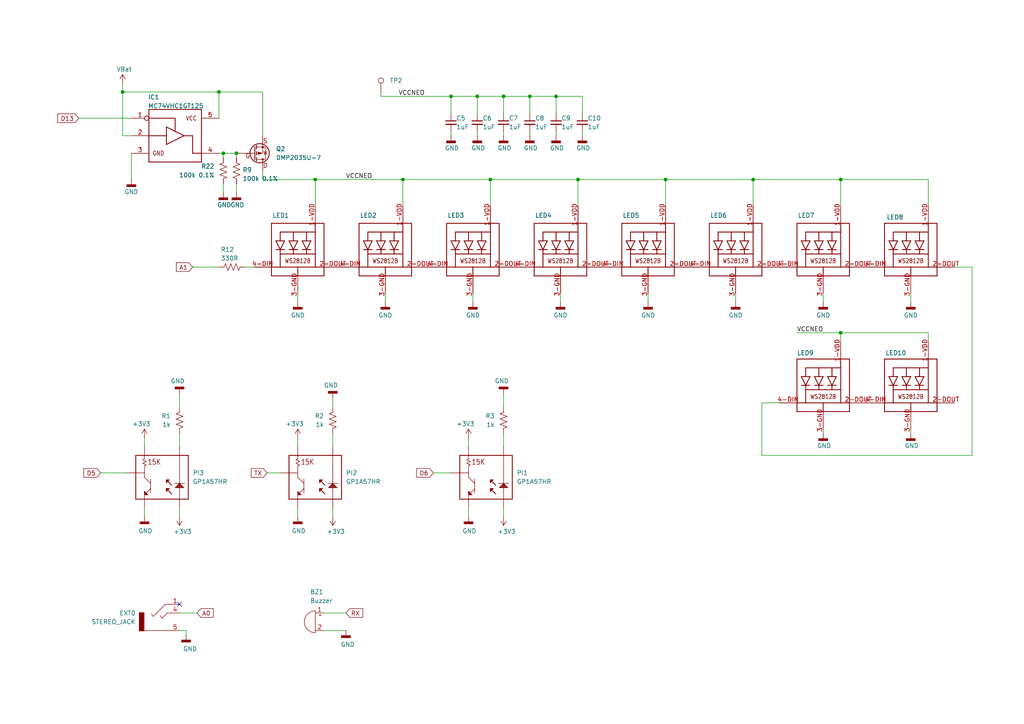
<source format=kicad_sch>
(kicad_sch (version 20250114) (generator "eeschema") (generator_version "9.0")
  (paper "A4")
  (title_block (title "FED3 Control Board") (rev "7.4") (company "Kravitz Lab") (comment 1 "Open Ephys, Inc."))
  (lib_symbols
    (symbol "Connector:TestPoint" (pin_numbers (hide yes)) (pin_names (offset 0.762) (hide yes))
      (property "Reference" "TP" (at 0 6.858 0))
      (property "Value" "TestPoint" (at 0 5.08 0))
      (symbol "TestPoint_0_1"
        (circle (center 0 3.302) (radius 0.762))
      )
      (symbol "TestPoint_1_1"
        (pin passive line (at 0 0 90) (length 2.54) (name "1") (number "1"))
      )
    )
    (symbol "Device:Buzzer" (pin_names (offset 0.0254) (hide yes))
      (property "Reference" "BZ" (at 3.81 1.27 0))
      (property "Value" "Buzzer" (at 3.81 -1.27 0))
      (symbol "Buzzer_0_1"
        (polyline (pts (xy -1.651 1.905) (xy -1.143 1.905)))
        (polyline (pts (xy -1.397 2.159) (xy -1.397 1.651)))
        (arc (start 0 3.175) (mid 3.1612 0) (end 0 -3.175))
        (polyline (pts (xy 0 3.175) (xy 0 -3.175)))
      )
      (symbol "Buzzer_1_1"
        (pin passive line (at -2.54 2.54 0) (length 2.54) (name "+") (number "1"))
        (pin passive line (at -2.54 -2.54 0) (length 2.54) (name "-") (number "2"))
      )
    )
    (symbol "Device:C_Small" (pin_numbers (hide yes)) (pin_names (offset 0.254) (hide yes))
      (property "Reference" "C" (at 0.254 1.778 0))
      (property "Value" "C_Small" (at 0.254 -2.032 0))
      (symbol "C_Small_0_1"
        (polyline (pts (xy -1.524 0.508) (xy 1.524 0.508)) (stroke (width 0.3048)))
        (polyline (pts (xy -1.524 -0.508) (xy 1.524 -0.508)) (stroke (width 0.3302)))
      )
      (symbol "C_Small_1_1"
        (pin passive line (at 0 2.54 270) (length 2.032) (name "~") (number "1"))
        (pin passive line (at 0 -2.54 90) (length 2.032) (name "~") (number "2"))
      )
    )
    (symbol "Device:R_US" (pin_numbers (hide yes)) (pin_names (offset 0))
      (property "Reference" "R" (at 2.54 0 90))
      (property "Value" "R_US" (at -2.54 0 90))
      (symbol "R_US_0_1"
        (polyline (pts (xy 0 2.286) (xy 0 2.54)))
        (polyline (pts (xy 0 2.286) (xy 1.016 1.905) (xy 0 1.524) (xy -1.016 1.143) (xy 0 0.762)))
        (polyline (pts (xy 0 0.762) (xy 1.016 0.381) (xy 0 0) (xy -1.016 -0.381) (xy 0 -0.762)))
        (polyline (pts (xy 0 -0.762) (xy 1.016 -1.143) (xy 0 -1.524) (xy -1.016 -1.905) (xy 0 -2.286)))
        (polyline (pts (xy 0 -2.286) (xy 0 -2.54)))
      )
      (symbol "R_US_1_1"
        (pin passive line (at 0 3.81 270) (length 1.27) (name "~") (number "1"))
        (pin passive line (at 0 -3.81 90) (length 1.27) (name "~") (number "2"))
      )
    )
    (symbol "FED3 SymbLib:GP1A57HR"
      (symbol "GP1A57HR_1_0"
        (polyline (pts (xy -7.62 10.16) (xy 5.08 10.16)) (stroke (width 0.254)))
        (polyline (pts (xy -7.62 -2.54) (xy -7.62 10.16)) (stroke (width 0.254)))
        (polyline (pts (xy -6.096 1.016) (xy -6.35 0.762)) (stroke (width 0.1524)))
        (polyline (pts (xy -6.096 0.889) (xy -4.064 0.889)) (stroke (width 0.1524)))
        (polyline (pts (xy -5.842 1.27) (xy -6.096 1.016)) (stroke (width 0.1524)))
        (polyline (pts (xy -5.842 1.27) (xy -4.318 1.27)) (stroke (width 0.1524)))
        (polyline (pts (xy -5.588 1.524) (xy -5.842 1.27)) (stroke (width 0.1524)))
        (polyline (pts (xy -5.588 1.397) (xy -4.572 1.397)) (stroke (width 0.1524)))
        (polyline (pts (xy -5.334 1.778) (xy -5.588 1.524)) (stroke (width 0.1524)))
        (polyline (pts (xy -5.334 1.778) (xy -4.826 1.778)) (stroke (width 0.1524)))
        (polyline (pts (xy -5.207 1.905) (xy -5.334 1.778)) (stroke (width 0.1524)))
        (polyline (pts (xy -5.207 1.905) (xy -4.953 1.905)) (stroke (width 0.1524)))
        (polyline (pts (xy -5.08 2.032) (xy -6.604 2.032)) (stroke (width 0.1524)))
        (polyline (pts (xy -5.08 2.032) (xy -5.207 1.905)) (stroke (width 0.1524)))
        (polyline (pts (xy -5.08 2.032) (xy -5.08 10.16)) (stroke (width 0.1524)))
        (polyline (pts (xy -5.08 0.762) (xy -6.35 0.762)) (stroke (width 0.1524)))
        (polyline (pts (xy -5.08 -2.54) (xy -7.62 -2.54)) (stroke (width 0.254)))
        (polyline (pts (xy -5.08 -2.54) (xy -5.08 0.762)) (stroke (width 0.1524)))
        (polyline (pts (xy -4.953 1.905) (xy -5.08 2.032)) (stroke (width 0.1524)))
        (polyline (pts (xy -4.826 1.778) (xy -4.953 1.905)) (stroke (width 0.1524)))
        (polyline (pts (xy -4.826 1.651) (xy -5.334 1.651)) (stroke (width 0.1524)))
        (polyline (pts (xy -4.572 1.524) (xy -5.588 1.524)) (stroke (width 0.1524)))
        (polyline (pts (xy -4.572 1.524) (xy -4.826 1.778)) (stroke (width 0.1524)))
        (polyline (pts (xy -4.318 1.27) (xy -4.572 1.524)) (stroke (width 0.1524)))
        (polyline (pts (xy -4.318 1.143) (xy -5.842 1.143)) (stroke (width 0.1524)))
        (polyline (pts (xy -4.064 1.016) (xy -6.096 1.016)) (stroke (width 0.1524)))
        (polyline (pts (xy -4.064 1.016) (xy -4.318 1.27)) (stroke (width 0.1524)))
        (polyline (pts (xy -3.81 0.762) (xy -5.08 0.762)) (stroke (width 0.1524)))
        (polyline (pts (xy -3.81 0.762) (xy -4.064 1.016)) (stroke (width 0.1524)))
        (polyline (pts (xy -3.556 2.032) (xy -5.08 2.032)) (stroke (width 0.1524)))
        (polyline (pts (xy -2.794 1.524) (xy -1.778 2.54)) (stroke (width 0.254)))
        (polyline (pts (xy -2.794 -1.016) (xy -1.778 0)) (stroke (width 0.254)))
        (polyline (pts (xy -2.032 3.048) (xy -1.27 2.286)) (stroke (width 0.254)))
        (polyline (pts (xy -2.032 0.508) (xy -1.27 -0.254)) (stroke (width 0.254)))
        (polyline (pts (xy -1.778 3.048) (xy -2.032 3.048)) (stroke (width 0.254)))
        (polyline (pts (xy -1.778 3.048) (xy -1.27 2.54)) (stroke (width 0.254)))
        (polyline (pts (xy -1.778 0.508) (xy -2.032 0.508)) (stroke (width 0.254)))
        (polyline (pts (xy -1.778 0.508) (xy -1.27 0)) (stroke (width 0.254)))
        (polyline (pts (xy -1.524 3.048) (xy -1.778 3.048)) (stroke (width 0.254)))
        (polyline (pts (xy -1.524 3.048) (xy -1.27 2.794)) (stroke (width 0.254)))
        (polyline (pts (xy -1.524 0.508) (xy -1.778 0.508)) (stroke (width 0.254)))
        (polyline (pts (xy -1.524 0.508) (xy -1.27 0.254)) (stroke (width 0.254)))
        (polyline (pts (xy -1.27 3.048) (xy -1.524 3.048)) (stroke (width 0.254)))
        (polyline (pts (xy -1.27 2.794) (xy -1.27 3.048)) (stroke (width 0.254)))
        (polyline (pts (xy -1.27 2.54) (xy -1.27 2.794)) (stroke (width 0.254)))
        (polyline (pts (xy -1.27 2.286) (xy -1.27 2.54)) (stroke (width 0.254)))
        (polyline (pts (xy -1.27 0.508) (xy -1.524 0.508)) (stroke (width 0.254)))
        (polyline (pts (xy -1.27 0.254) (xy -1.27 0.508)) (stroke (width 0.254)))
        (polyline (pts (xy -1.27 0) (xy -1.27 0.254)) (stroke (width 0.254)))
        (polyline (pts (xy -1.27 -0.254) (xy -1.27 0)) (stroke (width 0.254)))
        (polyline (pts (xy 3.302 3.302) (xy 3.302 2.032)) (stroke (width 0.1524)))
        (polyline (pts (xy 3.302 2.032) (xy 3.302 0.508)) (stroke (width 0.1524)))
        (polyline (pts (xy 3.302 2.032) (xy 5.08 3.81)) (stroke (width 0.1524)))
        (polyline (pts (xy 3.302 0.508) (xy 3.302 -0.762)) (stroke (width 0.1524)))
        (polyline (pts (xy 3.302 0.508) (xy 4.572 -0.762)) (stroke (width 0.1524)))
        (polyline (pts (xy 4.064 -1.27) (xy 4.191 -1.27)) (stroke (width 0.1524)))
        (polyline (pts (xy 4.191 -1.27) (xy 4.318 -1.27)) (stroke (width 0.1524)))
        (polyline (pts (xy 4.318 -1.27) (xy 4.445 -1.27)) (stroke (width 0.1524)))
        (polyline (pts (xy 4.445 -1.27) (xy 4.572 -1.27)) (stroke (width 0.1524)))
        (polyline (pts (xy 4.572 8.382) (xy 5.588 7.874)) (stroke (width 0.1524)))
        (polyline (pts (xy 4.572 7.366) (xy 5.08 7.112)) (stroke (width 0.1524)))
        (polyline (pts (xy 4.572 -1.27) (xy 4.699 -1.27)) (stroke (width 0.1524)))
        (polyline (pts (xy 4.699 -1.27) (xy 4.826 -1.27)) (stroke (width 0.1524)))
        (polyline (pts (xy 4.826 -1.27) (xy 5.08 -1.27)) (stroke (width 0.1524)))
        (polyline (pts (xy 4.953 -0.508) (xy 4.318 -1.143)) (stroke (width 0.1524)))
        (polyline (pts (xy 4.953 -0.635) (xy 4.445 -1.143)) (stroke (width 0.1524)))
        (polyline (pts (xy 4.953 -0.762) (xy 4.572 -1.143)) (stroke (width 0.1524)))
        (polyline (pts (xy 4.953 -0.889) (xy 4.699 -1.143)) (stroke (width 0.1524)))
        (polyline (pts (xy 4.953 -1.016) (xy 4.826 -1.143)) (stroke (width 0.1524)))
        (polyline (pts (xy 4.953 -1.143) (xy 4.826 -1.27)) (stroke (width 0.1524)))
        (polyline (pts (xy 5.08 10.16) (xy 5.08 9.144)) (stroke (width 0.1524)))
        (polyline (pts (xy 5.08 10.16) (xy 7.62 10.16)) (stroke (width 0.254)))
        (polyline (pts (xy 5.08 9.144) (xy 5.588 8.89)) (stroke (width 0.1524)))
        (polyline (pts (xy 5.08 7.112) (xy 5.08 5.08)) (stroke (width 0.1524)))
        (polyline (pts (xy 5.08 5.08) (xy 5.08 3.81)) (stroke (width 0.1524)))
        (polyline (pts (xy 5.08 5.08) (xy 7.62 5.08)) (stroke (width 0.1524)))
        (polyline (pts (xy 5.08 -0.254) (xy 4.064 -1.27)) (stroke (width 0.1524)))
        (polyline (pts (xy 5.08 -0.381) (xy 4.191 -1.27)) (stroke (width 0.1524)))
        (polyline (pts (xy 5.08 -0.381) (xy 5.08 -0.254)) (stroke (width 0.1524)))
        (polyline (pts (xy 5.08 -0.508) (xy 4.318 -1.27)) (stroke (width 0.1524)))
        (polyline (pts (xy 5.08 -0.508) (xy 5.08 -0.381)) (stroke (width 0.1524)))
        (polyline (pts (xy 5.08 -0.635) (xy 4.445 -1.27)) (stroke (width 0.1524)))
        (polyline (pts (xy 5.08 -0.635) (xy 5.08 -0.508)) (stroke (width 0.1524)))
        (polyline (pts (xy 5.08 -0.762) (xy 4.572 -1.27)) (stroke (width 0.1524)))
        (polyline (pts (xy 5.08 -0.762) (xy 5.08 -0.635)) (stroke (width 0.1524)))
        (polyline (pts (xy 5.08 -0.889) (xy 4.699 -1.27)) (stroke (width 0.1524)))
        (polyline (pts (xy 5.08 -0.889) (xy 5.08 -0.762)) (stroke (width 0.1524)))
        (polyline (pts (xy 5.08 -1.016) (xy 4.826 -1.27)) (stroke (width 0.1524)))
        (polyline (pts (xy 5.08 -1.016) (xy 5.08 -0.889)) (stroke (width 0.1524)))
        (polyline (pts (xy 5.08 -1.27) (xy 5.08 -1.016)) (stroke (width 0.1524)))
        (polyline (pts (xy 5.08 -2.54) (xy -5.08 -2.54)) (stroke (width 0.254)))
        (polyline (pts (xy 5.08 -2.54) (xy 5.08 -1.27)) (stroke (width 0.1524)))
        (polyline (pts (xy 5.588 8.89) (xy 4.572 8.382)) (stroke (width 0.1524)))
        (polyline (pts (xy 5.588 7.874) (xy 4.572 7.366)) (stroke (width 0.1524)))
        (polyline (pts (xy 7.62 10.16) (xy 7.62 5.08)) (stroke (width 0.254)))
        (polyline (pts (xy 7.62 5.08) (xy 7.62 -2.54)) (stroke (width 0.254)))
        (polyline (pts (xy 7.62 -2.54) (xy 5.08 -2.54)) (stroke (width 0.254)))
        (text "15K" (at 0.254 7.366 0) (effects (font (size 1.524 1.2954)) (justify left bottom)))
        (pin bidirectional line (at -5.08 12.7 270) (length 2.54) (name "2") (number "2"))
        (pin bidirectional line (at -5.08 -5.08 90) (length 2.54) (name "1") (number "1"))
        (pin bidirectional line (at 5.08 12.7 270) (length 2.54) (name "3") (number "3"))
        (pin bidirectional line (at 5.08 -5.08 90) (length 2.54) (name "5") (number "5"))
        (pin bidirectional line (at 10.16 5.08 180) (length 2.54) (name "4") (number "4"))
      )
    )
    (symbol "FED3 SymbLib:MOSFET_P-CH"
      (symbol "MOSFET_P-CH_0_1"
        (polyline (pts (xy -2.286 1.905) (xy -2.286 -1.905)) (stroke (width 0.254)))
        (polyline (pts (xy -2.286 0) (xy -5.08 0)))
        (polyline (pts (xy -1.778 2.286) (xy -1.778 1.27)) (stroke (width 0.254)))
        (polyline (pts (xy -1.778 1.778) (xy 0.762 1.778) (xy 0.762 -1.778) (xy -1.778 -1.778)))
        (polyline (pts (xy -1.778 0.508) (xy -1.778 -0.508)) (stroke (width 0.254)))
        (polyline (pts (xy -1.778 -1.27) (xy -1.778 -2.286)) (stroke (width 0.254)))
        (circle (center -0.889 0) (radius 2.794) (stroke (width 0.254)))
        (polyline (pts (xy -0.254 0) (xy -1.27 0.381) (xy -1.27 -0.381) (xy -0.254 0)) (fill (type outline)))
        (polyline (pts (xy 0 2.54) (xy 0 1.778)))
        (circle (center 0 1.778) (radius 0.254) (fill (type outline)))
        (circle (center 0 -1.778) (radius 0.254) (fill (type outline)))
        (polyline (pts (xy 0 -2.54) (xy 0 0) (xy -1.778 0)))
        (polyline (pts (xy 0.254 -0.508) (xy 0.381 -0.381) (xy 1.143 -0.381) (xy 1.27 -0.254)))
        (polyline (pts (xy 0.762 -0.381) (xy 0.381 0.254) (xy 1.143 0.254) (xy 0.762 -0.381)))
      )
      (symbol "MOSFET_P-CH_1_1"
        (text "G" (at -4.318 0.762 0) (effects (font (size 1.27 1.27))))
        (text "D" (at 0.762 3.556 0) (effects (font (size 1.27 1.27))))
        (text "S" (at 0.762 -3.556 0) (effects (font (size 1.27 1.27))))
        (pin passive line (at -7.62 0 0) (length 2.54) (name "G") (number "P$1"))
        (pin passive line (at 0 5.08 270) (length 2.54) (name "D") (number "P$3"))
        (pin passive line (at 0 -5.08 90) (length 2.54) (name "S") (number "P$2"))
      )
    )
    (symbol "FED3 SymbLib:SN74LVC1G125"
      (symbol "SN74LVC1G125_1_0"
        (polyline (pts (xy -7.62 7.62) (xy -7.62 -7.62)) (stroke (width 0.254)))
        (polyline (pts (xy -7.62 5.08) (xy 0 5.08)) (stroke (width 0.254)))
        (polyline (pts (xy -7.62 0) (xy -2.54 0)) (stroke (width 0.254)))
        (polyline (pts (xy -7.62 -7.62) (xy 7.62 -7.62)) (stroke (width 0.254)))
        (polyline (pts (xy -2.54 2.54) (xy -2.54 -2.54)) (stroke (width 0.254)))
        (polyline (pts (xy -2.54 2.54) (xy 0 1.27)) (stroke (width 0.254)))
        (polyline (pts (xy 0 5.08) (xy 0 1.27)) (stroke (width 0.254)))
        (polyline (pts (xy 0 1.27) (xy 2.54 0)) (stroke (width 0.254)))
        (polyline (pts (xy 2.54 0) (xy -2.54 -2.54)) (stroke (width 0.254)))
        (polyline (pts (xy 2.54 0) (xy 5.08 0)) (stroke (width 0.254)))
        (polyline (pts (xy 5.08 0) (xy 5.08 -5.08)) (stroke (width 0.254)))
        (polyline (pts (xy 5.08 -5.08) (xy 7.62 -5.08)) (stroke (width 0.254)))
        (polyline (pts (xy 7.62 7.62) (xy -7.62 7.62)) (stroke (width 0.254)))
        (polyline (pts (xy 7.62 -7.62) (xy 7.62 7.62)) (stroke (width 0.254)))
        (text "GND" (at -6.604 -5.842 0) (effects (font (size 1.27 1.0795)) (justify left bottom)))
        (text "VCC" (at 3.048 4.318 0) (effects (font (size 1.27 1.0795)) (justify left bottom)))
        (pin bidirectional inverted (at -12.7 5.08 0) (length 5.08) (name "P$1") (number "1"))
        (pin bidirectional line (at -12.7 0 0) (length 5.08) (name "P$2") (number "2"))
        (pin bidirectional line (at -12.7 -5.08 0) (length 5.08) (name "P$3") (number "3"))
        (pin bidirectional line (at 12.7 5.08 180) (length 5.08) (name "P$5") (number "5"))
        (pin bidirectional line (at 12.7 -5.08 180) (length 5.08) (name "P$4") (number "4"))
      )
    )
    (symbol "FED3 SymbLib:STEREO_JACK"
      (symbol "STEREO_JACK_1_0"
        (rectangle (start -5.207 2.667) (end -6.604 -2.667) (fill (type outline)))
        (polyline (pts (xy -2.54 1.524) (xy -3.048 2.286)) (stroke (width 0.1524)))
        (polyline (pts (xy 0 1.016) (xy -0.508 1.778)) (stroke (width 0.1524)))
        (polyline (pts (xy 1.016 5.08) (xy -2.54 1.524)) (stroke (width 0.1524)))
        (polyline (pts (xy 1.524 2.54) (xy 0 1.016)) (stroke (width 0.1524)))
        (polyline (pts (xy 2.54 5.08) (xy 1.016 5.08)) (stroke (width 0.1524)))
        (polyline (pts (xy 2.54 2.54) (xy 1.524 2.54)) (stroke (width 0.1524)))
        (polyline (pts (xy 2.54 -2.54) (xy -5.207 -2.54)) (stroke (width 0.1524)))
        (pin passive line (at 5.08 5.08 180) (length 2.54) (name "1") (number "1"))
        (pin passive line (at 5.08 2.54 180) (length 2.54) (name "4") (number "4"))
        (pin passive line (at 5.08 -2.54 180) (length 2.54) (name "5") (number "5"))
      )
    )
    (symbol "FED3 SymbLib:V_Batt" (power) (pin_numbers (hide yes)) (pin_names (offset 0) (hide yes))
      (property "Value" "V_Batt" (at 0 3.556 0))
      (symbol "V_Batt_0_1"
        (polyline (pts (xy -0.762 1.27) (xy 0 2.54)))
        (polyline (pts (xy 0 2.54) (xy 0.762 1.27)))
        (polyline (pts (xy 0 0) (xy 0 2.54)))
      )
      (symbol "V_Batt_1_1"
        (pin power_in line (at 0 0 90) (length 0) (name "~") (number "1"))
      )
    )
    (symbol "FED3 SymbLib:WS2812B5050"
      (symbol "WS2812B5050_1_0"
        (polyline (pts (xy -7.62 10.16) (xy -7.62 -2.54)) (stroke (width 0.254)))
        (polyline (pts (xy -7.62 -2.54) (xy -7.62 -5.08)) (stroke (width 0.254)))
        (polyline (pts (xy -7.62 -5.08) (xy 0 -5.08)) (stroke (width 0.254)))
        (polyline (pts (xy -6.35 5.08) (xy -5.08 5.08)) (stroke (width 0.254)))
        (polyline (pts (xy -6.35 2.54) (xy -5.08 2.54)) (stroke (width 0.254)))
        (polyline (pts (xy -5.08 7.62) (xy -5.08 5.08)) (stroke (width 0.254)))
        (polyline (pts (xy -5.08 5.08) (xy -3.81 5.08)) (stroke (width 0.254)))
        (polyline (pts (xy -5.08 2.54) (xy -6.35 5.08)) (stroke (width 0.254)))
        (polyline (pts (xy -5.08 2.54) (xy -5.08 1.27)) (stroke (width 0.254)))
        (polyline (pts (xy -5.08 2.54) (xy -3.81 5.08)) (stroke (width 0.254)))
        (polyline (pts (xy -5.08 1.27) (xy -5.08 -2.54)) (stroke (width 0.254)))
        (polyline (pts (xy -5.08 -2.54) (xy -7.62 -2.54)) (stroke (width 0.254)))
        (polyline (pts (xy -5.08 -2.54) (xy 0 -2.54)) (stroke (width 0.254)))
        (polyline (pts (xy -3.81 2.54) (xy -5.08 2.54)) (stroke (width 0.254)))
        (polyline (pts (xy -2.54 5.08) (xy 0 5.08)) (stroke (width 0.254)))
        (polyline (pts (xy -2.54 2.54) (xy -1.27 2.54)) (stroke (width 0.254)))
        (polyline (pts (xy -1.27 7.62) (xy -5.08 7.62)) (stroke (width 0.254)))
        (polyline (pts (xy -1.27 5.08) (xy -1.27 7.62)) (stroke (width 0.254)))
        (polyline (pts (xy -1.27 2.54) (xy -2.54 5.08)) (stroke (width 0.254)))
        (polyline (pts (xy -1.27 2.54) (xy -1.27 1.27)) (stroke (width 0.254)))
        (polyline (pts (xy -1.27 2.54) (xy 0 2.54)) (stroke (width 0.254)))
        (polyline (pts (xy -1.27 1.27) (xy -5.08 1.27)) (stroke (width 0.254)))
        (polyline (pts (xy 0 5.08) (xy -1.27 2.54)) (stroke (width 0.254)))
        (polyline (pts (xy 0 -2.54) (xy 0 -5.08)) (stroke (width 0.254)))
        (polyline (pts (xy 0 -2.54) (xy 5.08 -2.54)) (stroke (width 0.254)))
        (polyline (pts (xy 0 -5.08) (xy 7.62 -5.08)) (stroke (width 0.254)))
        (polyline (pts (xy 1.27 5.08) (xy 2.54 5.08)) (stroke (width 0.254)))
        (polyline (pts (xy 1.27 5.08) (xy 2.54 2.54)) (stroke (width 0.254)))
        (polyline (pts (xy 2.54 7.62) (xy -1.27 7.62)) (stroke (width 0.254)))
        (polyline (pts (xy 2.54 7.62) (xy 5.08 7.62)) (stroke (width 0.254)))
        (polyline (pts (xy 2.54 5.08) (xy 2.54 7.62)) (stroke (width 0.254)))
        (polyline (pts (xy 2.54 2.54) (xy 1.27 2.54)) (stroke (width 0.254)))
        (polyline (pts (xy 2.54 2.54) (xy 2.54 1.27)) (stroke (width 0.254)))
        (polyline (pts (xy 2.54 2.54) (xy 3.81 5.08)) (stroke (width 0.254)))
        (polyline (pts (xy 2.54 2.54) (xy 3.81 2.54)) (stroke (width 0.254)))
        (polyline (pts (xy 2.54 1.27) (xy -1.27 1.27)) (stroke (width 0.254)))
        (polyline (pts (xy 3.81 5.08) (xy 2.54 5.08)) (stroke (width 0.254)))
        (polyline (pts (xy 5.08 10.16) (xy -7.62 10.16)) (stroke (width 0.254)))
        (polyline (pts (xy 5.08 10.16) (xy 5.08 7.62)) (stroke (width 0.254)))
        (polyline (pts (xy 5.08 7.62) (xy 5.08 1.27)) (stroke (width 0.254)))
        (polyline (pts (xy 5.08 1.27) (xy 2.54 1.27)) (stroke (width 0.254)))
        (polyline (pts (xy 5.08 -2.54) (xy 5.08 1.27)) (stroke (width 0.254)))
        (polyline (pts (xy 5.08 -2.54) (xy 7.62 -2.54)) (stroke (width 0.254)))
        (polyline (pts (xy 7.62 10.16) (xy 5.08 10.16)) (stroke (width 0.254)))
        (polyline (pts (xy 7.62 -2.54) (xy 7.62 10.16)) (stroke (width 0.254)))
        (polyline (pts (xy 7.62 -5.08) (xy 7.62 -2.54)) (stroke (width 0.254)))
        (text "WS2812B" (at 3.81 0 0) (effects (font (size 1.27 1.0795)) (justify right top)))
        (pin input line (at -12.7 -2.54 0) (length 5.08) (name "DI") (number "4-DIN"))
        (pin power_in line (at 0 -10.16 90) (length 5.08) (name "GND") (number "3-GND"))
        (pin power_in line (at 5.08 15.24 270) (length 5.08) (name "VDD") (number "1-VDD"))
        (pin output line (at 12.7 -2.54 180) (length 5.08) (name "DO") (number "2-DOUT"))
      )
    )
    (symbol "power:+3V3" (power) (pin_numbers (hide yes)) (pin_names (offset 0) (hide yes))
      (property "Value" "+3V3" (at 0 3.556 0))
      (symbol "+3V3_0_1"
        (polyline (pts (xy -0.762 1.27) (xy 0 2.54)))
        (polyline (pts (xy 0 2.54) (xy 0.762 1.27)))
        (polyline (pts (xy 0 0) (xy 0 2.54)))
      )
      (symbol "+3V3_1_1"
        (pin power_in line (at 0 0 90) (length 0) (name "~") (number "1"))
      )
    )
    (symbol "power:GNDD" (power) (pin_numbers (hide yes)) (pin_names (offset 0) (hide yes))
      (property "Value" "GNDD" (at 0 -3.175 0))
      (symbol "GNDD_0_1"
        (rectangle (start -1.27 -1.524) (end 1.27 -2.032) (stroke (width 0.254)) (fill (type outline)))
        (polyline (pts (xy 0 0) (xy 0 -1.524)))
      )
      (symbol "GNDD_1_1"
        (pin power_in line (at 0 0 270) (length 0) (name "~") (number "1"))
      )
    )
  )
  (junction (at 68.58 44.45))
  (junction (at 142.24 52.07))
  (junction (at 91.44 52.07))
  (junction (at 167.64 52.07))
  (junction (at 138.43 27.94))
  (junction (at 243.84 96.52))
  (junction (at 218.44 52.07))
  (junction (at 64.77 44.45))
  (junction (at 243.84 52.07))
  (junction (at 63.5 26.67))
  (junction (at 153.67 27.94))
  (junction (at 146.05 27.94))
  (junction (at 193.04 52.07))
  (junction (at 161.29 27.94))
  (junction (at 35.56 26.67))
  (junction (at 116.84 52.07))
  (junction (at 130.81 27.94))
  (no_connect (at 52.07 175.26))
  (wire (pts (xy 138.43 27.94) (xy 146.05 27.94)) (stroke (width 0.1524)))
  (wire (pts (xy 36.83 137.16) (xy 29.21 137.16)) (stroke (width 0.1524)))
  (wire (pts (xy 162.56 85.09) (xy 162.56 87.63)) (stroke (width 0.1524)))
  (wire (pts (xy 238.76 125.73) (xy 238.76 124.46)))
  (wire (pts (xy 52.07 182.88) (xy 53.975 182.88)) (stroke (width 0.1524)))
  (wire (pts (xy 220.98 116.84) (xy 220.98 132.08)) (stroke (width 0.1524)))
  (wire (pts (xy 161.29 27.94) (xy 168.91 27.94)) (stroke (width 0.1524)))
  (wire (pts (xy 76.2 39.37) (xy 76.2 26.67)) (stroke (width 0.1524)))
  (wire (pts (xy 243.84 96.52) (xy 269.24 96.52)) (stroke (width 0.1524)))
  (wire (pts (xy 264.16 125.73) (xy 264.16 124.46)))
  (wire (pts (xy 276.86 77.47) (xy 281.94 77.47)) (stroke (width 0.1524)))
  (wire (pts (xy 142.24 59.69) (xy 142.24 52.07)) (stroke (width 0.1524)))
  (wire (pts (xy 269.24 52.07) (xy 269.24 59.69)) (stroke (width 0.1524)))
  (wire (pts (xy 116.84 52.07) (xy 142.24 52.07)) (stroke (width 0.1524)))
  (wire (pts (xy 167.64 52.07) (xy 193.04 52.07)) (stroke (width 0.1524)))
  (wire (pts (xy 243.84 99.06) (xy 243.84 96.52)) (stroke (width 0.1524)))
  (wire (pts (xy 130.81 137.16) (xy 125.73 137.16)) (stroke (width 0.1524)))
  (wire (pts (xy 96.52 115.57) (xy 96.52 118.11)))
  (wire (pts (xy 243.84 52.07) (xy 269.24 52.07)) (stroke (width 0.1524)))
  (wire (pts (xy 81.28 137.16) (xy 77.47 137.16)) (stroke (width 0.1524)))
  (wire (pts (xy 269.24 96.52) (xy 269.24 99.06)) (stroke (width 0.1524)))
  (wire (pts (xy 52.07 177.8) (xy 57.15 177.8)) (stroke (width 0.1524)))
  (wire (pts (xy 76.2 52.07) (xy 91.44 52.07)) (stroke (width 0.1524)))
  (wire (pts (xy 93.98 177.8) (xy 100.33 177.8)))
  (wire (pts (xy 167.64 59.69) (xy 167.64 52.07)) (stroke (width 0.1524)))
  (wire (pts (xy 243.84 59.69) (xy 243.84 52.07)) (stroke (width 0.1524)))
  (wire (pts (xy 153.67 30.48) (xy 153.67 33.02)))
  (wire (pts (xy 64.77 53.34) (xy 64.77 55.88)))
  (wire (pts (xy 86.36 127) (xy 86.36 129.54)) (stroke (width 0.1524)))
  (wire (pts (xy 238.76 85.09) (xy 238.76 87.63)) (stroke (width 0.1524)))
  (wire (pts (xy 63.5 26.67) (xy 76.2 26.67)) (stroke (width 0.1524)))
  (wire (pts (xy 146.05 149.86) (xy 146.05 147.32)) (stroke (width 0.1524)))
  (wire (pts (xy 146.05 30.48) (xy 146.05 27.94)) (stroke (width 0.1524)))
  (wire (pts (xy 38.1 44.45) (xy 38.1 45.72)) (stroke (width 0.1524)))
  (wire (pts (xy 68.58 44.45) (xy 68.58 45.72)) (stroke (width 0.1524)))
  (wire (pts (xy 41.91 127) (xy 41.91 129.54)) (stroke (width 0.1524)))
  (wire (pts (xy 35.56 26.67) (xy 35.56 24.13)) (stroke (width 0.1524)))
  (wire (pts (xy 187.96 85.09) (xy 187.96 87.63)) (stroke (width 0.1524)))
  (wire (pts (xy 63.5 26.67) (xy 63.5 34.29)) (stroke (width 0.1524)))
  (wire (pts (xy 220.98 116.84) (xy 226.06 116.84)) (stroke (width 0.1524)))
  (wire (pts (xy 218.44 59.69) (xy 218.44 52.07)) (stroke (width 0.1524)))
  (wire (pts (xy 168.91 30.48) (xy 168.91 33.02)))
  (wire (pts (xy 135.89 149.86) (xy 135.89 147.32)) (stroke (width 0.1524)))
  (wire (pts (xy 146.05 38.1) (xy 146.05 39.37)) (stroke (width 0.1524)))
  (wire (pts (xy 52.07 149.86) (xy 52.07 147.32)) (stroke (width 0.1524)))
  (wire (pts (xy 93.98 182.88) (xy 100.33 182.88)))
  (wire (pts (xy 135.89 127) (xy 135.89 129.54)) (stroke (width 0.1524)))
  (wire (pts (xy 146.05 125.73) (xy 146.05 129.54)) (stroke (width 0.1524)))
  (wire (pts (xy 153.67 27.94) (xy 161.29 27.94)) (stroke (width 0.1524)))
  (wire (pts (xy 146.05 114.3) (xy 146.05 118.11)))
  (wire (pts (xy 138.43 30.48) (xy 138.43 27.94)) (stroke (width 0.1524)))
  (wire (pts (xy 86.36 85.09) (xy 86.36 87.63)) (stroke (width 0.1524)))
  (wire (pts (xy 138.43 38.1) (xy 138.43 39.37)) (stroke (width 0.1524)))
  (wire (pts (xy 38.1 34.29) (xy 22.86 34.29)) (stroke (width 0.1524)))
  (wire (pts (xy 213.36 85.09) (xy 213.36 87.63)) (stroke (width 0.1524)))
  (wire (pts (xy 38.1 45.72) (xy 38.1 52.07)))
  (wire (pts (xy 146.05 27.94) (xy 153.67 27.94)) (stroke (width 0.1524)))
  (wire (pts (xy 264.16 85.09) (xy 264.16 87.63)) (stroke (width 0.1524)))
  (wire (pts (xy 96.52 149.86) (xy 96.52 147.32)) (stroke (width 0.1524)))
  (wire (pts (xy 130.81 27.94) (xy 138.43 27.94)) (stroke (width 0.1524)))
  (wire (pts (xy 161.29 39.37) (xy 161.29 38.1)) (stroke (width 0.1524)))
  (wire (pts (xy 142.24 52.07) (xy 167.64 52.07)) (stroke (width 0.1524)))
  (wire (pts (xy 168.91 39.37) (xy 168.91 38.1)) (stroke (width 0.1524)))
  (wire (pts (xy 63.5 26.67) (xy 35.56 26.67)) (stroke (width 0.1524)))
  (wire (pts (xy 68.58 53.34) (xy 68.58 55.88)))
  (wire (pts (xy 71.12 77.47) (xy 73.66 77.47)))
  (wire (pts (xy 53.975 182.88) (xy 53.975 184.15)))
  (wire (pts (xy 193.04 52.07) (xy 193.04 59.69)) (stroke (width 0.1524)))
  (wire (pts (xy 281.94 132.08) (xy 281.94 77.47)) (stroke (width 0.1524)))
  (wire (pts (xy 35.56 39.37) (xy 38.1 39.37)) (stroke (width 0.1524)))
  (wire (pts (xy 130.81 30.48) (xy 130.81 27.94)) (stroke (width 0.1524)))
  (wire (pts (xy 91.44 52.07) (xy 116.84 52.07)) (stroke (width 0.1524)))
  (wire (pts (xy 52.07 114.3) (xy 52.07 118.11)))
  (wire (pts (xy 168.91 27.94) (xy 168.91 30.48)) (stroke (width 0.1524)))
  (wire (pts (xy 76.2 49.53) (xy 76.2 52.07)) (stroke (width 0.1524)))
  (wire (pts (xy 161.29 27.94) (xy 161.29 30.48)) (stroke (width 0.1524)))
  (wire (pts (xy 110.49 27.94) (xy 130.81 27.94)) (stroke (width 0.1524)))
  (wire (pts (xy 231.14 96.52) (xy 243.84 96.52)) (stroke (width 0.1524)))
  (wire (pts (xy 64.77 44.45) (xy 68.58 44.45)) (stroke (width 0.1524)))
  (wire (pts (xy 63.5 77.47) (xy 55.88 77.47)) (stroke (width 0.1524)))
  (wire (pts (xy 153.67 38.1) (xy 153.67 39.37)) (stroke (width 0.1524)))
  (wire (pts (xy 63.5 44.45) (xy 64.77 44.45)) (stroke (width 0.1524)))
  (wire (pts (xy 193.04 52.07) (xy 218.44 52.07)) (stroke (width 0.1524)))
  (wire (pts (xy 110.49 27.94) (xy 110.49 26.67)) (stroke (width 0.1524)))
  (wire (pts (xy 146.05 30.48) (xy 146.05 33.02)))
  (wire (pts (xy 161.29 30.48) (xy 161.29 33.02)))
  (wire (pts (xy 86.36 149.86) (xy 86.36 147.32)) (stroke (width 0.1524)))
  (wire (pts (xy 64.77 44.45) (xy 64.77 45.72)))
  (wire (pts (xy 137.16 85.09) (xy 137.16 87.63)) (stroke (width 0.1524)))
  (wire (pts (xy 116.84 59.69) (xy 116.84 52.07)) (stroke (width 0.1524)))
  (wire (pts (xy 52.07 125.73) (xy 52.07 127)))
  (wire (pts (xy 41.91 149.86) (xy 41.91 147.32)) (stroke (width 0.1524)))
  (wire (pts (xy 91.44 59.69) (xy 91.44 52.07)) (stroke (width 0.1524)))
  (wire (pts (xy 111.76 85.09) (xy 111.76 87.63)) (stroke (width 0.1524)))
  (wire (pts (xy 218.44 52.07) (xy 243.84 52.07)) (stroke (width 0.1524)))
  (wire (pts (xy 96.52 125.73) (xy 96.52 129.54)) (stroke (width 0.1524)))
  (wire (pts (xy 220.98 132.08) (xy 281.94 132.08)) (stroke (width 0.1524)))
  (wire (pts (xy 52.07 127) (xy 52.07 129.54)) (stroke (width 0.1524)))
  (wire (pts (xy 130.81 38.1) (xy 130.81 39.37)) (stroke (width 0.1524)))
  (wire (pts (xy 138.43 30.48) (xy 138.43 33.02)))
  (wire (pts (xy 35.56 26.67) (xy 35.56 39.37)) (stroke (width 0.1524)))
  (wire (pts (xy 130.81 30.48) (xy 130.81 33.02)))
  (wire (pts (xy 153.67 30.48) (xy 153.67 27.94)) (stroke (width 0.1524)))
  (label "VCCNEO" (at 231.14 96.52 0))
  (label "VCCNEO" (at 115.57 27.94 0))
  (label "VCCNEO" (at 100.33 52.07 0))
  (global_label "D13" (shape input) (at 22.86 34.29 180) (property "Intersheetrefs" "${INTERSHEET_REFS}" (effects (hide yes))))
  (global_label "TX" (shape input) (at 77.47 137.16 180) (property "Intersheetrefs" "${INTERSHEET_REFS}" (effects (hide yes))))
  (global_label "D5" (shape input) (at 29.21 137.16 180) (property "Intersheetrefs" "${INTERSHEET_REFS}" (effects (hide yes))))
  (global_label "RX" (shape input) (at 100.33 177.8 0) (property "Intersheetrefs" "${INTERSHEET_REFS}" (effects (hide yes))))
  (global_label "D6" (shape input) (at 125.73 137.16 180) (property "Intersheetrefs" "${INTERSHEET_REFS}" (effects (hide yes))))
  (global_label "A0" (shape input) (at 57.15 177.8 0) (property "Intersheetrefs" "${INTERSHEET_REFS}" (effects (hide yes))))
  (global_label "A1" (shape input) (at 55.88 77.47 180) (property "Intersheetrefs" "${INTERSHEET_REFS}" (effects (hide yes))))
  (symbol (lib_id "FED3 SymbLib:GP1A57HR") (at 46.99 142.24 0) (mirror y) (unit 1)
    (property "Reference" "PI3" (at 55.88 137.1599 0) (effects (justify right)))
    (property "Value" "GP1A57HR" (at 55.88 139.6999 0) (effects (justify right)))
    (property "Footprint" "FED3_PCBLib:GP1A57HR" (effects (hide yes)))
    (property "Description" "OPTICAL IR sensor (OEPS K01 022A)" (effects (hide yes)))
    (property "OEPSPN" "OEPS100063" (effects (hide yes)))
    (property "MPN" "GP1A57HRJ00F" (effects (hide yes)))
  )
  (symbol (lib_id "FED3 SymbLib:WS2812B5050") (at 187.96 74.93 0) (unit 1)
    (property "Reference" "LED5" (at 180.594 62.484 0) (effects (justify left)))
    (property "Value" "RGBLed" (effects (hide yes)))
    (property "Footprint" "FED3_PCBLib:WS2812B" (effects (hide yes)))
    (property "Description" "RGB Neopixel addressable 5mmx5mm (OEPS K01 012A)" (effects (hide yes)))
    (property "OEPSPN" "OEPS080164" (effects (hide yes)))
    (property "MPN" "XT1511RGBW-BW" (effects (hide yes)))
  )
  (symbol (lib_id "power:GNDD") (at 41.91 149.86 0) (mirror y) (unit 1)
    (property "Reference" "#PWR0108" (effects (hide yes)))
    (property "Value" "GND" (at 40.132 153.9875 0) (effects (justify right)))
    (property "Description" "Power symbol creates a global label with name \"GNDD\" , digital ground" (effects (hide yes)))
  )
  (symbol (lib_id "power:GNDD") (at 64.77 55.88 0) (unit 1)
    (property "Reference" "#PWR069" (effects (hide yes)))
    (property "Value" "GND" (at 62.992 59.436 0) (effects (justify left)))
    (property "Description" "Power symbol creates a global label with name \"GNDD\" , digital ground" (effects (hide yes)))
  )
  (symbol (lib_id "power:+3V3") (at 52.07 149.86 0) (mirror x) (unit 1)
    (property "Reference" "#+3V015" (effects (hide yes)))
    (property "Value" "+3V3" (at 50.292 154.178 0) (effects (justify left)))
  )
  (symbol (lib_id "FED3 SymbLib:WS2812B5050") (at 264.16 74.93 0) (unit 1)
    (property "Reference" "LED8" (at 259.588 62.992 0))
    (property "Value" "RGBLed" (effects (hide yes)))
    (property "Footprint" "FED3_PCBLib:WS2812B" (effects (hide yes)))
    (property "Description" "RGB Neopixel addressable 5mmx5mm (OEPS K01 012A)" (effects (hide yes)))
    (property "OEPSPN" "OEPS080164" (effects (hide yes)))
    (property "MPN" "XT1511RGBW-BW" (effects (hide yes)))
  )
  (symbol (lib_id "Device:C_Small") (at 130.81 35.56 0) (unit 1)
    (property "Reference" "C5" (at 132.334 34.29 0) (effects (justify left)))
    (property "Value" "1uF" (at 132.334 36.83 0) (effects (justify left)))
    (property "Footprint" "Capacitor_SMD:C_0402_1005Metric" (effects (hide yes)))
    (property "Description" "SMD CER 0402 1uF 25V ±10% X5R" (effects (hide yes)))
    (property "OEPSPN" "OEPS010030" (effects (hide yes)))
    (property "MPN" "C1005X5R1E105K050BC" (effects (hide yes)))
  )
  (symbol (lib_id "power:GNDD") (at 138.43 39.37 0) (unit 1)
    (property "Reference" "#PWR0105" (effects (hide yes)))
    (property "Value" "GND" (at 136.652 42.926 0) (effects (justify left)))
    (property "Description" "Power symbol creates a global label with name \"GNDD\" , digital ground" (effects (hide yes)))
  )
  (symbol (lib_id "Device:Buzzer") (at 91.44 180.34 0) (mirror y) (unit 1)
    (property "Reference" "BZ1" (at 89.916 171.704 0) (effects (justify right)))
    (property "Value" "Buzzer" (at 89.916 174.244 0) (effects (justify right)))
    (property "Footprint" "FED3_PCBLib:Buzzer" (effects (hide yes)))
    (property "Description" "BUZZER PIEZO 3V 12.2MM (OEPS K01 014)" (effects (hide yes)))
    (property "MPN" "PS1240P02BT" (effects (hide yes)))
    (property "OEPSPN" "OEPS100062" (effects (hide yes)))
  )
  (symbol (lib_id "power:GNDD") (at 146.05 114.3 0) (mirror x) (unit 1)
    (property "Reference" "#PWR035" (effects (hide yes)))
    (property "Value" "GND" (at 147.574 110.49 0) (effects (justify right)))
    (property "Description" "Power symbol creates a global label with name \"GNDD\" , digital ground" (effects (hide yes)))
  )
  (symbol (lib_id "power:GNDD") (at 111.76 87.63 0) (unit 1)
    (property "Reference" "#PWR025" (effects (hide yes)))
    (property "Value" "GND" (at 109.728 91.44 0) (effects (justify left)))
    (property "Description" "Power symbol creates a global label with name \"GNDD\" , digital ground" (effects (hide yes)))
  )
  (symbol (lib_id "Device:R_US") (at 52.07 121.92 0) (mirror x) (unit 1)
    (property "Reference" "R1" (at 49.53 120.6499 0) (effects (justify right)))
    (property "Value" "1k" (at 49.53 123.1899 0) (effects (justify right)))
    (property "Footprint" "Resistor_SMD:R_0402_1005Metric" (effects (hide yes)))
    (property "Description" "SMD 0402 1kΩ ±1% 0.100W" (effects (hide yes)))
    (property "OEPSPN" "OEPS020006" (effects (hide yes)))
    (property "MPN" "ERJ-2RKF1001X" (effects (hide yes)))
  )
  (symbol (lib_id "power:+3V3") (at 135.89 127 0) (mirror y) (unit 1)
    (property "Reference" "#+3V010" (effects (hide yes)))
    (property "Value" "+3V3" (at 132.334 122.936 0) (effects (justify right)))
  )
  (symbol (lib_id "power:GNDD") (at 161.29 39.37 0) (unit 1)
    (property "Reference" "#PWR027" (effects (hide yes)))
    (property "Value" "GND" (at 159.512 42.926 0) (effects (justify left)))
    (property "Description" "Power symbol creates a global label with name \"GNDD\" , digital ground" (effects (hide yes)))
  )
  (symbol (lib_id "power:GNDD") (at 68.58 55.88 0) (unit 1)
    (property "Reference" "#PWR033" (effects (hide yes)))
    (property "Value" "GND" (at 66.802 59.436 0) (effects (justify left)))
    (property "Description" "Power symbol creates a global label with name \"GNDD\" , digital ground" (effects (hide yes)))
  )
  (symbol (lib_id "Device:C_Small") (at 168.91 35.56 0) (unit 1)
    (property "Reference" "C10" (at 170.434 34.29 0) (effects (justify left)))
    (property "Value" "1uF" (at 170.434 36.83 0) (effects (justify left)))
    (property "Footprint" "Capacitor_SMD:C_0402_1005Metric" (effects (hide yes)))
    (property "Description" "SMD CER 0402 1uF 25V ±10% X5R" (effects (hide yes)))
    (property "OEPSPN" "OEPS010030" (effects (hide yes)))
    (property "MPN" "C1005X5R1E105K050BC" (effects (hide yes)))
  )
  (symbol (lib_id "FED3 SymbLib:WS2812B5050") (at 238.76 74.93 0) (unit 1)
    (property "Reference" "LED7" (at 231.394 62.484 0) (effects (justify left)))
    (property "Value" "RGBLed" (effects (hide yes)))
    (property "Footprint" "FED3_PCBLib:WS2812B" (effects (hide yes)))
    (property "Description" "RGB Neopixel addressable 5mmx5mm (OEPS K01 012A)" (effects (hide yes)))
    (property "OEPSPN" "OEPS080164" (effects (hide yes)))
    (property "MPN" "XT1511RGBW-BW" (effects (hide yes)))
  )
  (symbol (lib_id "power:GNDD") (at 86.36 149.86 0) (mirror y) (unit 1)
    (property "Reference" "#PWR034" (effects (hide yes)))
    (property "Value" "GND" (at 84.582 153.9875 0) (effects (justify right)))
    (property "Description" "Power symbol creates a global label with name \"GNDD\" , digital ground" (effects (hide yes)))
  )
  (symbol (lib_id "power:GNDD") (at 135.89 149.86 0) (mirror y) (unit 1)
    (property "Reference" "#PWR036" (effects (hide yes)))
    (property "Value" "GND" (at 134.112 153.9875 0) (effects (justify right)))
    (property "Description" "Power symbol creates a global label with name \"GNDD\" , digital ground" (effects (hide yes)))
  )
  (symbol (lib_id "FED3 SymbLib:V_Batt") (at 35.56 24.13 0) (unit 1)
    (property "Reference" "#PWR07" (effects (hide yes)))
    (property "Value" "VBat" (at 33.782 20.066 0) (effects (justify left)))
    (property "Description" "Power symbol creates a global label with name \"V_Batt\"" (effects (hide yes)))
  )
  (symbol (lib_id "Device:R_US") (at 146.05 121.92 0) (mirror x) (unit 1)
    (property "Reference" "R3" (at 143.51 120.6499 0) (effects (justify right)))
    (property "Value" "1k" (at 143.51 123.1899 0) (effects (justify right)))
    (property "Footprint" "Resistor_SMD:R_0402_1005Metric" (effects (hide yes)))
    (property "Description" "SMD 0402 1kΩ ±1% 0.100W" (effects (hide yes)))
    (property "OEPSPN" "OEPS020006" (effects (hide yes)))
    (property "MPN" "ERJ-2RKF1001X" (effects (hide yes)))
  )
  (symbol (lib_id "Device:C_Small") (at 161.29 35.56 0) (unit 1)
    (property "Reference" "C9" (at 162.814 34.29 0) (effects (justify left)))
    (property "Value" "1uF" (at 162.814 36.83 0) (effects (justify left)))
    (property "Footprint" "Capacitor_SMD:C_0402_1005Metric" (effects (hide yes)))
    (property "Description" "SMD CER 0402 1uF 25V ±10% X5R" (effects (hide yes)))
    (property "OEPSPN" "OEPS010030" (effects (hide yes)))
    (property "MPN" "C1005X5R1E105K050BC" (effects (hide yes)))
  )
  (symbol (lib_id "power:+3V3") (at 96.52 149.86 0) (mirror x) (unit 1)
    (property "Reference" "#+3V013" (effects (hide yes)))
    (property "Value" "+3V3" (at 94.742 154.178 0) (effects (justify left)))
  )
  (symbol (lib_id "power:GNDD") (at 137.16 87.63 0) (unit 1)
    (property "Reference" "#PWR029" (effects (hide yes)))
    (property "Value" "GND" (at 135.128 91.44 0) (effects (justify left)))
    (property "Description" "Power symbol creates a global label with name \"GNDD\" , digital ground" (effects (hide yes)))
  )
  (symbol (lib_id "FED3 SymbLib:GP1A57HR") (at 91.44 142.24 0) (mirror y) (unit 1)
    (property "Reference" "PI2" (at 100.33 137.1599 0) (effects (justify right)))
    (property "Value" "GP1A57HR" (at 100.33 139.6999 0) (effects (justify right)))
    (property "Footprint" "FED3_PCBLib:GP1A57HR" (effects (hide yes)))
    (property "Description" "OPTICAL IR sensor (OEPS K01 022A)" (effects (hide yes)))
    (property "OEPSPN" "OEPS100063" (effects (hide yes)))
    (property "MPN" "GP1A57HRJ00F" (effects (hide yes)))
  )
  (symbol (lib_id "power:GNDD") (at 96.52 115.57 0) (mirror x) (unit 1)
    (property "Reference" "#PWR022" (effects (hide yes)))
    (property "Value" "GND" (at 98.044 111.76 0) (effects (justify right)))
    (property "Description" "Power symbol creates a global label with name \"GNDD\" , digital ground" (effects (hide yes)))
  )
  (symbol (lib_id "Device:R_US") (at 96.52 121.92 0) (mirror x) (unit 1)
    (property "Reference" "R2" (at 93.98 120.6499 0) (effects (justify right)))
    (property "Value" "1k" (at 93.98 123.1899 0) (effects (justify right)))
    (property "Footprint" "Resistor_SMD:R_0402_1005Metric" (effects (hide yes)))
    (property "Description" "SMD 0402 1kΩ ±1% 0.100W" (effects (hide yes)))
    (property "OEPSPN" "OEPS020006" (effects (hide yes)))
    (property "MPN" "ERJ-2RKF1001X" (effects (hide yes)))
  )
  (symbol (lib_id "power:GNDD") (at 53.975 184.15 0) (mirror y) (unit 1)
    (property "Reference" "#PWR049" (effects (hide yes)))
    (property "Value" "GND" (at 53.086 188.214 0) (effects (justify right)))
    (property "Description" "Power symbol creates a global label with name \"GNDD\" , digital ground" (effects (hide yes)))
  )
  (symbol (lib_id "FED3 SymbLib:GP1A57HR") (at 140.97 142.24 0) (mirror y) (unit 1)
    (property "Reference" "PI1" (at 149.86 137.1599 0) (effects (justify right)))
    (property "Value" "GP1A57HR" (at 149.86 139.6999 0) (effects (justify right)))
    (property "Footprint" "FED3_PCBLib:GP1A57HR" (effects (hide yes)))
    (property "Description" "OPTICAL IR sensor (OEPS K01 022A)" (effects (hide yes)))
    (property "OEPSPN" "OEPS100063" (effects (hide yes)))
    (property "MPN" "GP1A57HRJ00F" (effects (hide yes)))
  )
  (symbol (lib_id "Device:C_Small") (at 138.43 35.56 0) (unit 1)
    (property "Reference" "C6" (at 139.954 34.29 0) (effects (justify left)))
    (property "Value" "1uF" (at 139.954 36.83 0) (effects (justify left)))
    (property "Footprint" "Capacitor_SMD:C_0402_1005Metric" (effects (hide yes)))
    (property "Description" "SMD CER 0402 1uF 25V ±10% X5R" (effects (hide yes)))
    (property "OEPSPN" "OEPS010030" (effects (hide yes)))
    (property "MPN" "C1005X5R1E105K050BC" (effects (hide yes)))
  )
  (symbol (lib_id "FED3 SymbLib:WS2812B5050") (at 86.36 74.93 0) (unit 1)
    (property "Reference" "LED1" (at 78.994 62.484 0) (effects (justify left)))
    (property "Value" "RGBLed" (effects (hide yes)))
    (property "Footprint" "FED3_PCBLib:WS2812B" (effects (hide yes)))
    (property "Description" "RGB Neopixel addressable 5mmx5mm (OEPS K01 012A)" (effects (hide yes)))
    (property "OEPSPN" "OEPS080164" (effects (hide yes)))
    (property "MPN" "XT1511RGBW-BW" (effects (hide yes)))
  )
  (symbol (lib_id "power:GNDD") (at 100.33 182.88 0) (mirror y) (unit 1)
    (property "Reference" "#PWR048" (effects (hide yes)))
    (property "Value" "GND" (at 98.806 186.944 0) (effects (justify right)))
    (property "Description" "Power symbol creates a global label with name \"GNDD\" , digital ground" (effects (hide yes)))
  )
  (symbol (lib_id "Connector:TestPoint") (at 110.49 26.67 0) (unit 1) (in_bom no)
    (property "Reference" "TP2" (at 113.03 23.3679 0) (effects (justify left)))
    (property "Value" "VccNEO" (effects (hide yes)))
    (property "Footprint" "TestPoint:TestPoint_Pad_1.0x1.0mm" (effects (hide yes)))
  )
  (symbol (lib_id "FED3 SymbLib:WS2812B5050") (at 238.76 114.3 0) (unit 1)
    (property "Reference" "LED9" (at 231.14 102.362 0) (effects (justify left)))
    (property "Value" "RGBLed" (effects (hide yes)))
    (property "Footprint" "FED3_PCBLib:WS2812B" (effects (hide yes)))
    (property "Description" "RGB Neopixel addressable 5mmx5mm (OEPS K01 012A)" (effects (hide yes)))
    (property "OEPSPN" "OEPS080164" (effects (hide yes)))
    (property "MPN" "XT1511RGBW-BW" (effects (hide yes)))
  )
  (symbol (lib_id "power:GNDD") (at 168.91 39.37 0) (unit 1)
    (property "Reference" "#PWR028" (effects (hide yes)))
    (property "Value" "GND" (at 167.132 42.926 0) (effects (justify left)))
    (property "Description" "Power symbol creates a global label with name \"GNDD\" , digital ground" (effects (hide yes)))
  )
  (symbol (lib_id "power:GNDD") (at 162.56 87.63 0) (unit 1)
    (property "Reference" "#PWR030" (effects (hide yes)))
    (property "Value" "GND" (at 160.528 91.44 0) (effects (justify left)))
    (property "Description" "Power symbol creates a global label with name \"GNDD\" , digital ground" (effects (hide yes)))
  )
  (symbol (lib_id "power:GNDD") (at 130.81 39.37 0) (unit 1)
    (property "Reference" "#PWR018" (effects (hide yes)))
    (property "Value" "GND" (at 129.032 42.926 0) (effects (justify left)))
    (property "Description" "Power symbol creates a global label with name \"GNDD\" , digital ground" (effects (hide yes)))
  )
  (symbol (lib_id "power:GNDD") (at 86.36 87.63 0) (unit 1)
    (property "Reference" "#PWR0110" (effects (hide yes)))
    (property "Value" "GND" (at 84.328 91.44 0) (effects (justify left)))
    (property "Description" "Power symbol creates a global label with name \"GNDD\" , digital ground" (effects (hide yes)))
  )
  (symbol (lib_id "power:GNDD") (at 238.76 125.73 0) (unit 1)
    (property "Reference" "#PWR045" (effects (hide yes)))
    (property "Value" "GND" (at 236.982 129.286 0) (effects (justify left)))
    (property "Description" "Power symbol creates a global label with name \"GNDD\" , digital ground" (effects (hide yes)))
  )
  (symbol (lib_id "power:GNDD") (at 52.07 114.3 0) (mirror x) (unit 1)
    (property "Reference" "#PWR0109" (effects (hide yes)))
    (property "Value" "GND" (at 53.594 110.49 0) (effects (justify right)))
    (property "Description" "Power symbol creates a global label with name \"GNDD\" , digital ground" (effects (hide yes)))
  )
  (symbol (lib_id "power:GNDD") (at 213.36 87.63 0) (unit 1)
    (property "Reference" "#PWR032" (effects (hide yes)))
    (property "Value" "GND" (at 211.328 91.44 0) (effects (justify left)))
    (property "Description" "Power symbol creates a global label with name \"GNDD\" , digital ground" (effects (hide yes)))
  )
  (symbol (lib_id "FED3 SymbLib:WS2812B5050") (at 137.16 74.93 0) (unit 1)
    (property "Reference" "LED3" (at 129.794 62.484 0) (effects (justify left)))
    (property "Value" "RGBLed" (effects (hide yes)))
    (property "Footprint" "FED3_PCBLib:WS2812B" (effects (hide yes)))
    (property "Description" "RGB Neopixel addressable 5mmx5mm (OEPS K01 012A)" (effects (hide yes)))
    (property "OEPSPN" "OEPS080164" (effects (hide yes)))
    (property "MPN" "XT1511RGBW-BW" (effects (hide yes)))
  )
  (symbol (lib_id "Device:R_US") (at 68.58 49.53 180) (unit 1)
    (property "Reference" "R9" (at 70.358 49.276 0) (effects (justify right)))
    (property "Value" "100k 0.1%" (at 70.358 51.816 0) (effects (justify right)))
    (property "Footprint" "Resistor_SMD:R_0402_1005Metric" (effects (hide yes)))
    (property "Description" "SMD 0402 34kΩ ±0.1% 0.063W" (effects (hide yes)))
    (property "OEPSPN" "OEPS020175" (effects (hide yes)))
    (property "MPN" "RG1005P-104-B-T5" (effects (hide yes)))
  )
  (symbol (lib_id "power:GNDD") (at 146.05 39.37 0) (unit 1)
    (property "Reference" "#PWR024" (effects (hide yes)))
    (property "Value" "GND" (at 144.272 42.926 0) (effects (justify left)))
    (property "Description" "Power symbol creates a global label with name \"GNDD\" , digital ground" (effects (hide yes)))
  )
  (symbol (lib_id "power:+3V3") (at 86.36 127 0) (mirror y) (unit 1)
    (property "Reference" "#+3V011" (effects (hide yes)))
    (property "Value" "+3V3" (at 82.804 122.936 0) (effects (justify right)))
  )
  (symbol (lib_id "power:+3V3") (at 41.91 127 0) (mirror y) (unit 1)
    (property "Reference" "#+3V012" (effects (hide yes)))
    (property "Value" "+3V3" (at 38.354 122.936 0) (effects (justify right)))
  )
  (symbol (lib_id "FED3 SymbLib:WS2812B5050") (at 111.76 74.93 0) (unit 1)
    (property "Reference" "LED2" (at 104.394 62.484 0) (effects (justify left)))
    (property "Value" "RGBLed" (effects (hide yes)))
    (property "Footprint" "FED3_PCBLib:WS2812B" (effects (hide yes)))
    (property "Description" "RGB Neopixel addressable 5mmx5mm (OEPS K01 012A)" (effects (hide yes)))
    (property "OEPSPN" "OEPS080164" (effects (hide yes)))
    (property "MPN" "XT1511RGBW-BW" (effects (hide yes)))
  )
  (symbol (lib_id "Device:R_US") (at 64.77 49.53 0) (mirror x) (unit 1)
    (property "Reference" "R22" (at 62.23 48.2599 0) (effects (justify right)))
    (property "Value" "100k 0.1%" (at 62.23 50.7999 0) (effects (justify right)))
    (property "Footprint" "Resistor_SMD:R_0402_1005Metric" (effects (hide yes)))
    (property "Description" "SMD 0402 34kΩ ±0.1% 0.063W" (effects (hide yes)))
    (property "OEPSPN" "OEPS020175" (effects (hide yes)))
    (property "MPN" "RG1005P-104-B-T5" (effects (hide yes)))
  )
  (symbol (lib_id "FED3 SymbLib:WS2812B5050") (at 264.16 114.3 0) (unit 1)
    (property "Reference" "LED10" (at 259.842 102.362 0))
    (property "Value" "RGBLed" (effects (hide yes)))
    (property "Footprint" "FED3_PCBLib:WS2812B" (effects (hide yes)))
    (property "Description" "RGB Neopixel addressable 5mmx5mm (OEPS K01 012A)" (effects (hide yes)))
    (property "OEPSPN" "OEPS080164" (effects (hide yes)))
    (property "MPN" "XT1511RGBW-BW" (effects (hide yes)))
  )
  (symbol (lib_id "power:+3V3") (at 146.05 149.86 0) (mirror x) (unit 1)
    (property "Reference" "#+3V014" (effects (hide yes)))
    (property "Value" "+3V3" (at 144.272 154.178 0) (effects (justify left)))
  )
  (symbol (lib_id "Device:C_Small") (at 153.67 35.56 0) (unit 1)
    (property "Reference" "C8" (at 155.194 34.29 0) (effects (justify left)))
    (property "Value" "1uF" (at 155.194 36.83 0) (effects (justify left)))
    (property "Footprint" "Capacitor_SMD:C_0402_1005Metric" (effects (hide yes)))
    (property "Description" "SMD CER 0402 1uF 25V ±10% X5R" (effects (hide yes)))
    (property "OEPSPN" "OEPS010030" (effects (hide yes)))
    (property "MPN" "C1005X5R1E105K050BC" (effects (hide yes)))
  )
  (symbol (lib_id "FED3 SymbLib:WS2812B5050") (at 162.56 74.93 0) (unit 1)
    (property "Reference" "LED4" (at 155.194 62.484 0) (effects (justify left)))
    (property "Value" "RGBLed" (effects (hide yes)))
    (property "Footprint" "FED3_PCBLib:WS2812B" (effects (hide yes)))
    (property "Description" "RGB Neopixel addressable 5mmx5mm (OEPS K01 012A)" (effects (hide yes)))
    (property "OEPSPN" "OEPS080164" (effects (hide yes)))
    (property "MPN" "XT1511RGBW-BW" (effects (hide yes)))
  )
  (symbol (lib_id "FED3 SymbLib:STEREO_JACK") (at 46.99 180.34 0) (unit 1)
    (property "Reference" "EXT0" (at 39.37 177.8253 0) (effects (justify right)))
    (property "Value" "STEREO_JACK" (at 39.37 180.3653 0) (effects (justify right)))
    (property "Footprint" "FED3_PCBLib:35RASMT2BHNTRX" (effects (hide yes)))
    (property "Description" "3.5MM JACK STEREO 90º" (effects (hide yes)))
    (property "OEPSPN" "OEPS070025" (effects (hide yes)))
    (property "MPN" "35RASMT2BHNTRX" (effects (hide yes)))
  )
  (symbol (lib_id "Device:C_Small") (at 146.05 35.56 0) (unit 1)
    (property "Reference" "C7" (at 147.574 34.29 0) (effects (justify left)))
    (property "Value" "1uF" (at 147.574 36.83 0) (effects (justify left)))
    (property "Footprint" "Capacitor_SMD:C_0402_1005Metric" (effects (hide yes)))
    (property "Description" "SMD CER 0402 1uF 25V ±10% X5R" (effects (hide yes)))
    (property "OEPSPN" "OEPS010030" (effects (hide yes)))
    (property "MPN" "C1005X5R1E105K050BC" (effects (hide yes)))
  )
  (symbol (lib_id "power:GNDD") (at 187.96 87.63 0) (unit 1)
    (property "Reference" "#PWR031" (effects (hide yes)))
    (property "Value" "GND" (at 185.928 91.44 0) (effects (justify left)))
    (property "Description" "Power symbol creates a global label with name \"GNDD\" , digital ground" (effects (hide yes)))
  )
  (symbol (lib_id "power:GNDD") (at 264.16 125.73 0) (unit 1)
    (property "Reference" "#PWR046" (effects (hide yes)))
    (property "Value" "GND" (at 262.382 129.286 0) (effects (justify left)))
    (property "Description" "Power symbol creates a global label with name \"GNDD\" , digital ground" (effects (hide yes)))
  )
  (symbol (lib_id "FED3 SymbLib:SN74LVC1G125") (at 50.8 39.37 0) (unit 1)
    (property "Reference" "IC1" (at 42.926 28.194 0) (effects (justify left)))
    (property "Value" "MC74VHC1GT125" (at 42.926 30.734 0) (effects (justify left)))
    (property "Footprint" "Package_TO_SOT_SMD:SOT-23-5" (effects (hide yes)))
    (property "Description" "BUFFER NON-INVERT 1CH 3-STATE" (effects (hide yes)))
    (property "OEPSPN" "OEPS080169" (effects (hide yes)))
    (property "MPN" "MC74VHC1GT125DBVT1G" (effects (hide yes)))
  )
  (symbol (lib_id "power:GNDD") (at 264.16 87.63 0) (unit 1)
    (property "Reference" "#PWR038" (effects (hide yes)))
    (property "Value" "GND" (at 262.128 91.44 0) (effects (justify left)))
    (property "Description" "Power symbol creates a global label with name \"GNDD\" , digital ground" (effects (hide yes)))
  )
  (symbol (lib_id "Device:R_US") (at 67.31 77.47 270) (unit 1)
    (property "Reference" "R12" (at 64.008 72.39 90) (effects (justify left)))
    (property "Value" "330R" (at 64.008 74.93 90) (effects (font (thickness 0.1588)) (justify left)))
    (property "Footprint" "Resistor_SMD:R_0402_1005Metric" (effects (hide yes)))
    (property "Description" "SMD 0402 330Ω ±1% 0.063W" (effects (hide yes)))
    (property "OEPSPN" "OEPS020037" (effects (hide yes)))
    (property "MPN" "RC0402FR-07330RL" (effects (hide yes)))
  )
  (symbol (lib_id "power:GNDD") (at 38.1 52.07 0) (unit 1)
    (property "Reference" "#PWR020" (effects (hide yes)))
    (property "Value" "GND" (at 40.132 55.626 0) (effects (justify right)))
    (property "Description" "Power symbol creates a global label with name \"GNDD\" , digital ground" (effects (hide yes)))
  )
  (symbol (lib_id "FED3 SymbLib:WS2812B5050") (at 213.36 74.93 0) (unit 1)
    (property "Reference" "LED6" (at 205.994 62.484 0) (effects (justify left)))
    (property "Value" "RGBLed" (effects (hide yes)))
    (property "Footprint" "FED3_PCBLib:WS2812B" (effects (hide yes)))
    (property "Description" "RGB Neopixel addressable 5mmx5mm (OEPS K01 012A)" (effects (hide yes)))
    (property "OEPSPN" "OEPS080164" (effects (hide yes)))
    (property "MPN" "XT1511RGBW-BW" (effects (hide yes)))
  )
  (symbol (lib_id "power:GNDD") (at 153.67 39.37 0) (unit 1)
    (property "Reference" "#PWR0106" (effects (hide yes)))
    (property "Value" "GND" (at 151.892 42.926 0) (effects (justify left)))
    (property "Description" "Power symbol creates a global label with name \"GNDD\" , digital ground" (effects (hide yes)))
  )
  (symbol (lib_id "power:GNDD") (at 238.76 87.63 0) (unit 1)
    (property "Reference" "#PWR037" (effects (hide yes)))
    (property "Value" "GND" (at 236.728 91.44 0) (effects (justify left)))
    (property "Description" "Power symbol creates a global label with name \"GNDD\" , digital ground" (effects (hide yes)))
  )
  (symbol (lib_id "FED3 SymbLib:MOSFET_P-CH") (at 76.2 44.45 0) (mirror x) (unit 1)
    (property "Reference" "Q2" (at 80.01 43.1798 0) (effects (justify left)))
    (property "Value" "DMP2035U-7" (at 80.01 45.7198 0) (effects (justify left)))
    (property "Footprint" "FED3_PCBLib:TSMT3" (effects (hide yes)))
    (property "Datasheet" "http://www.aosmd.com/pdfs/datasheet/AO3401A.pdf" (effects (hide yes)))
    (property "Description" "-4.0A Id, -30V Vds, P-Channel MOSFET, SOT-23" (effects (hide yes)))
    (property "OEPSPN" "OEPS060011" (effects (hide yes)))
    (property "MPN" "DMP2035U-7" (effects (hide yes)))
  )
)
</source>
